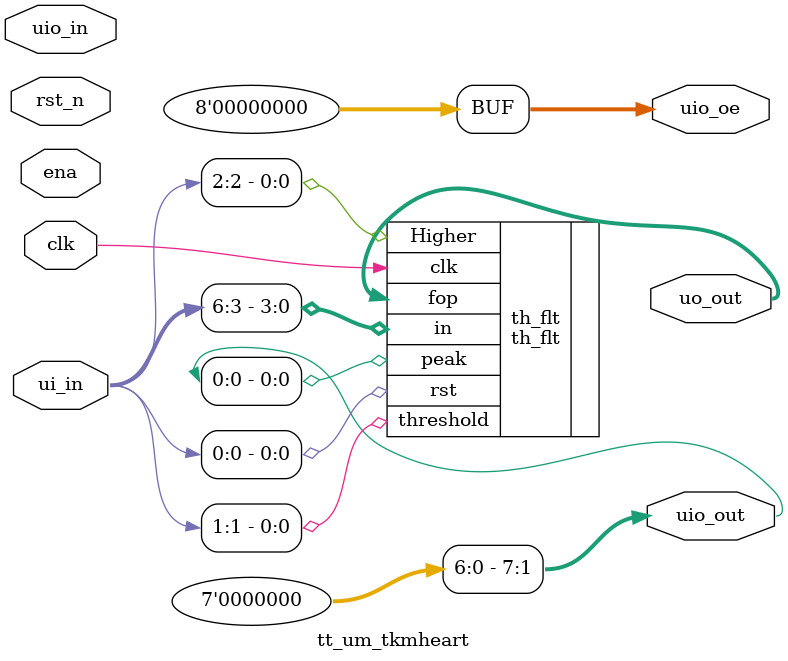
<source format=v>
`default_nettype none

module tt_um_tkmheart (
     input  wire [7:0] ui_in,    // Dedicated inputs - connected to the input switches
    output wire [7:0] uo_out,   // Dedicated outputs - connected to the 7 segment display
    input  wire [7:0] uio_in,   // IOs: Bidirectional Input path
   output wire [7:0] uio_out,  // IOs: Bidirectional Output path
   output wire [7:0] uio_oe,   // IOs: Bidirectional Enable path (active high: 0=input, 1=output)
    input  wire       ena,      // will go high when the design is enabled
    input  wire       clk,      // clock
    input  wire       rst_n
);
	assign uio_out[7:1] = 7'b0000000;
	assign uio_oe  = 8'h00;
    // assign uo_out[7:4]=4'b0000;
//lfsr4 uut (
//    .clk(clk),
//    .reset(io_in[0]),
//    .lfsr(io_out[3:0])
//);
th_flt th_flt  (
    .clk(clk),
    .rst(ui_in[0]),
	.threshold(ui_in[1]),
	.Higher(ui_in[2]),
	.in(ui_in[6:3]),
	.fop(uo_out[7:0]),
	.peak(uio_out[0])
);
endmodule

</source>
